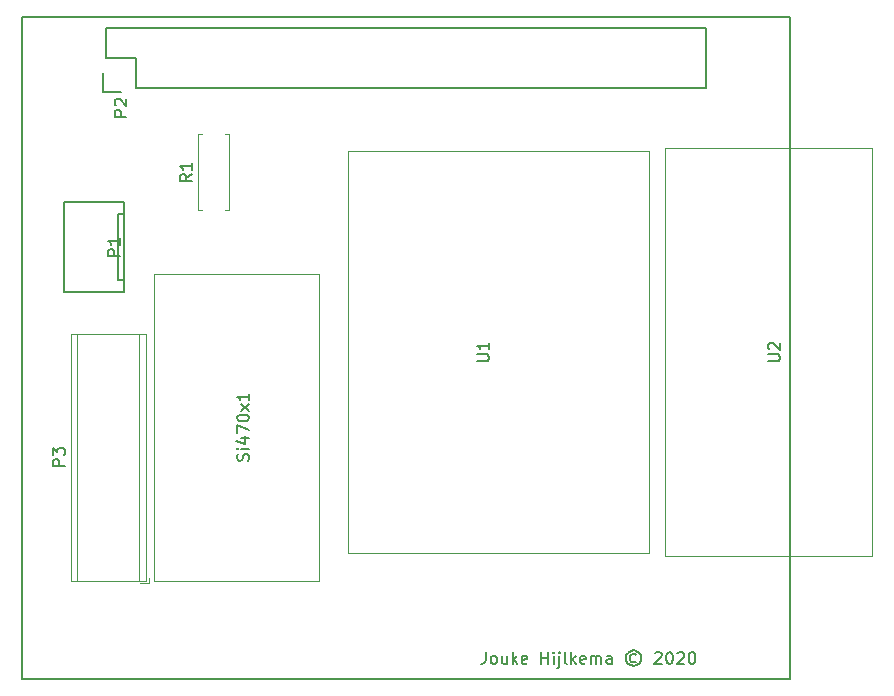
<source format=gbr>
%TF.GenerationSoftware,KiCad,Pcbnew,5.1.8-db9833491~88~ubuntu20.04.1*%
%TF.CreationDate,2020-12-14T14:43:52+01:00*%
%TF.ProjectId,carGpsHat,63617247-7073-4486-9174-2e6b69636164,rev?*%
%TF.SameCoordinates,Original*%
%TF.FileFunction,Legend,Top*%
%TF.FilePolarity,Positive*%
%FSLAX46Y46*%
G04 Gerber Fmt 4.6, Leading zero omitted, Abs format (unit mm)*
G04 Created by KiCad (PCBNEW 5.1.8-db9833491~88~ubuntu20.04.1) date 2020-12-14 14:43:52*
%MOMM*%
%LPD*%
G01*
G04 APERTURE LIST*
%ADD10C,0.120000*%
%ADD11C,0.150000*%
G04 APERTURE END LIST*
D10*
%TO.C,Si470x1*%
X121920000Y-88600000D02*
X135890000Y-88600000D01*
X121920000Y-114600000D02*
X121920000Y-88600000D01*
X135890000Y-114600000D02*
X121920000Y-114600000D01*
X135890000Y-88600000D02*
X135890000Y-114600000D01*
%TO.C,P3*%
X120710000Y-114590000D02*
X120710000Y-93689000D01*
X115410000Y-114590000D02*
X115410000Y-93689000D01*
X114950000Y-114590000D02*
X114950000Y-93689000D01*
X121270000Y-114590000D02*
X121270000Y-93689000D01*
X114950000Y-114590000D02*
X121270000Y-114590000D01*
X114950000Y-93689000D02*
X121270000Y-93689000D01*
X120770000Y-114830000D02*
X121510000Y-114830000D01*
X121510000Y-114830000D02*
X121510000Y-114330000D01*
%TO.C,U1*%
X163880000Y-112250000D02*
X138380000Y-112250000D01*
X163880000Y-78250000D02*
X138380000Y-78250000D01*
X138380000Y-78250000D02*
X138380000Y-112250000D01*
X163880000Y-112250000D02*
X163880000Y-78250000D01*
D11*
%TO.C,P2*%
X117620000Y-73200000D02*
X119170000Y-73200000D01*
X120440000Y-70380000D02*
X120440000Y-72920000D01*
X117900000Y-70380000D02*
X120440000Y-70380000D01*
X117620000Y-71650000D02*
X117620000Y-73200000D01*
X117900000Y-67840000D02*
X117900000Y-70380000D01*
X168700000Y-67840000D02*
X168700000Y-72920000D01*
X120440000Y-72920000D02*
X168700000Y-72920000D01*
X168700000Y-67840000D02*
X117900000Y-67840000D01*
X175800000Y-122880000D02*
X110800000Y-122880000D01*
X175800000Y-66880000D02*
X175800000Y-122880000D01*
X110800000Y-66880000D02*
X175800000Y-66880000D01*
X110800000Y-122880000D02*
X110800000Y-66880000D01*
%TO.C,P1*%
X119380000Y-90170000D02*
X114300000Y-90170000D01*
X119380000Y-82550000D02*
X119380000Y-90170000D01*
X114300000Y-82550000D02*
X119380000Y-82550000D01*
X114300000Y-90170000D02*
X114300000Y-82550000D01*
X118872000Y-83566000D02*
X119380000Y-83566000D01*
X118872000Y-89154000D02*
X118872000Y-83566000D01*
X119380000Y-89154000D02*
X118872000Y-89154000D01*
D10*
%TO.C,R1*%
X128310000Y-76800000D02*
X127980000Y-76800000D01*
X128310000Y-83220000D02*
X128310000Y-76800000D01*
X127980000Y-83220000D02*
X128310000Y-83220000D01*
X125690000Y-76800000D02*
X126020000Y-76800000D01*
X125690000Y-83220000D02*
X125690000Y-76800000D01*
X126020000Y-83220000D02*
X125690000Y-83220000D01*
%TO.C,U2*%
X165240000Y-112500000D02*
X165240000Y-78000000D01*
X165240000Y-78000000D02*
X182740000Y-78000000D01*
X182740000Y-78000000D02*
X182740000Y-112500000D01*
X182740000Y-112500000D02*
X165240000Y-112500000D01*
%TO.C,Si470x1*%
D11*
X129944761Y-104433333D02*
X129992380Y-104290476D01*
X129992380Y-104052380D01*
X129944761Y-103957142D01*
X129897142Y-103909523D01*
X129801904Y-103861904D01*
X129706666Y-103861904D01*
X129611428Y-103909523D01*
X129563809Y-103957142D01*
X129516190Y-104052380D01*
X129468571Y-104242857D01*
X129420952Y-104338095D01*
X129373333Y-104385714D01*
X129278095Y-104433333D01*
X129182857Y-104433333D01*
X129087619Y-104385714D01*
X129040000Y-104338095D01*
X128992380Y-104242857D01*
X128992380Y-104004761D01*
X129040000Y-103861904D01*
X129992380Y-103433333D02*
X129325714Y-103433333D01*
X128992380Y-103433333D02*
X129040000Y-103480952D01*
X129087619Y-103433333D01*
X129040000Y-103385714D01*
X128992380Y-103433333D01*
X129087619Y-103433333D01*
X129325714Y-102528571D02*
X129992380Y-102528571D01*
X128944761Y-102766666D02*
X129659047Y-103004761D01*
X129659047Y-102385714D01*
X128992380Y-102100000D02*
X128992380Y-101433333D01*
X129992380Y-101861904D01*
X128992380Y-100861904D02*
X128992380Y-100766666D01*
X129040000Y-100671428D01*
X129087619Y-100623809D01*
X129182857Y-100576190D01*
X129373333Y-100528571D01*
X129611428Y-100528571D01*
X129801904Y-100576190D01*
X129897142Y-100623809D01*
X129944761Y-100671428D01*
X129992380Y-100766666D01*
X129992380Y-100861904D01*
X129944761Y-100957142D01*
X129897142Y-101004761D01*
X129801904Y-101052380D01*
X129611428Y-101100000D01*
X129373333Y-101100000D01*
X129182857Y-101052380D01*
X129087619Y-101004761D01*
X129040000Y-100957142D01*
X128992380Y-100861904D01*
X129992380Y-100195238D02*
X129325714Y-99671428D01*
X129325714Y-100195238D02*
X129992380Y-99671428D01*
X129992380Y-98766666D02*
X129992380Y-99338095D01*
X129992380Y-99052380D02*
X128992380Y-99052380D01*
X129135238Y-99147619D01*
X129230476Y-99242857D01*
X129278095Y-99338095D01*
%TO.C,P3*%
X114402380Y-104878095D02*
X113402380Y-104878095D01*
X113402380Y-104497142D01*
X113450000Y-104401904D01*
X113497619Y-104354285D01*
X113592857Y-104306666D01*
X113735714Y-104306666D01*
X113830952Y-104354285D01*
X113878571Y-104401904D01*
X113926190Y-104497142D01*
X113926190Y-104878095D01*
X113402380Y-103973333D02*
X113402380Y-103354285D01*
X113783333Y-103687619D01*
X113783333Y-103544761D01*
X113830952Y-103449523D01*
X113878571Y-103401904D01*
X113973809Y-103354285D01*
X114211904Y-103354285D01*
X114307142Y-103401904D01*
X114354761Y-103449523D01*
X114402380Y-103544761D01*
X114402380Y-103830476D01*
X114354761Y-103925714D01*
X114307142Y-103973333D01*
%TO.C,U1*%
X149312380Y-96011904D02*
X150121904Y-96011904D01*
X150217142Y-95964285D01*
X150264761Y-95916666D01*
X150312380Y-95821428D01*
X150312380Y-95630952D01*
X150264761Y-95535714D01*
X150217142Y-95488095D01*
X150121904Y-95440476D01*
X149312380Y-95440476D01*
X150312380Y-94440476D02*
X150312380Y-95011904D01*
X150312380Y-94726190D02*
X149312380Y-94726190D01*
X149455238Y-94821428D01*
X149550476Y-94916666D01*
X149598095Y-95011904D01*
%TO.C,P2*%
X119622380Y-75309095D02*
X118622380Y-75309095D01*
X118622380Y-74928142D01*
X118670000Y-74832904D01*
X118717619Y-74785285D01*
X118812857Y-74737666D01*
X118955714Y-74737666D01*
X119050952Y-74785285D01*
X119098571Y-74832904D01*
X119146190Y-74928142D01*
X119146190Y-75309095D01*
X118717619Y-74356714D02*
X118670000Y-74309095D01*
X118622380Y-74213857D01*
X118622380Y-73975761D01*
X118670000Y-73880523D01*
X118717619Y-73832904D01*
X118812857Y-73785285D01*
X118908095Y-73785285D01*
X119050952Y-73832904D01*
X119622380Y-74404333D01*
X119622380Y-73785285D01*
X150035714Y-120632380D02*
X150035714Y-121346666D01*
X149988095Y-121489523D01*
X149892857Y-121584761D01*
X149750000Y-121632380D01*
X149654761Y-121632380D01*
X150654761Y-121632380D02*
X150559523Y-121584761D01*
X150511904Y-121537142D01*
X150464285Y-121441904D01*
X150464285Y-121156190D01*
X150511904Y-121060952D01*
X150559523Y-121013333D01*
X150654761Y-120965714D01*
X150797619Y-120965714D01*
X150892857Y-121013333D01*
X150940476Y-121060952D01*
X150988095Y-121156190D01*
X150988095Y-121441904D01*
X150940476Y-121537142D01*
X150892857Y-121584761D01*
X150797619Y-121632380D01*
X150654761Y-121632380D01*
X151845238Y-120965714D02*
X151845238Y-121632380D01*
X151416666Y-120965714D02*
X151416666Y-121489523D01*
X151464285Y-121584761D01*
X151559523Y-121632380D01*
X151702380Y-121632380D01*
X151797619Y-121584761D01*
X151845238Y-121537142D01*
X152321428Y-121632380D02*
X152321428Y-120632380D01*
X152416666Y-121251428D02*
X152702380Y-121632380D01*
X152702380Y-120965714D02*
X152321428Y-121346666D01*
X153511904Y-121584761D02*
X153416666Y-121632380D01*
X153226190Y-121632380D01*
X153130952Y-121584761D01*
X153083333Y-121489523D01*
X153083333Y-121108571D01*
X153130952Y-121013333D01*
X153226190Y-120965714D01*
X153416666Y-120965714D01*
X153511904Y-121013333D01*
X153559523Y-121108571D01*
X153559523Y-121203809D01*
X153083333Y-121299047D01*
X154750000Y-121632380D02*
X154750000Y-120632380D01*
X154750000Y-121108571D02*
X155321428Y-121108571D01*
X155321428Y-121632380D02*
X155321428Y-120632380D01*
X155797619Y-121632380D02*
X155797619Y-120965714D01*
X155797619Y-120632380D02*
X155750000Y-120680000D01*
X155797619Y-120727619D01*
X155845238Y-120680000D01*
X155797619Y-120632380D01*
X155797619Y-120727619D01*
X156273809Y-120965714D02*
X156273809Y-121822857D01*
X156226190Y-121918095D01*
X156130952Y-121965714D01*
X156083333Y-121965714D01*
X156273809Y-120632380D02*
X156226190Y-120680000D01*
X156273809Y-120727619D01*
X156321428Y-120680000D01*
X156273809Y-120632380D01*
X156273809Y-120727619D01*
X156892857Y-121632380D02*
X156797619Y-121584761D01*
X156750000Y-121489523D01*
X156750000Y-120632380D01*
X157273809Y-121632380D02*
X157273809Y-120632380D01*
X157369047Y-121251428D02*
X157654761Y-121632380D01*
X157654761Y-120965714D02*
X157273809Y-121346666D01*
X158464285Y-121584761D02*
X158369047Y-121632380D01*
X158178571Y-121632380D01*
X158083333Y-121584761D01*
X158035714Y-121489523D01*
X158035714Y-121108571D01*
X158083333Y-121013333D01*
X158178571Y-120965714D01*
X158369047Y-120965714D01*
X158464285Y-121013333D01*
X158511904Y-121108571D01*
X158511904Y-121203809D01*
X158035714Y-121299047D01*
X158940476Y-121632380D02*
X158940476Y-120965714D01*
X158940476Y-121060952D02*
X158988095Y-121013333D01*
X159083333Y-120965714D01*
X159226190Y-120965714D01*
X159321428Y-121013333D01*
X159369047Y-121108571D01*
X159369047Y-121632380D01*
X159369047Y-121108571D02*
X159416666Y-121013333D01*
X159511904Y-120965714D01*
X159654761Y-120965714D01*
X159750000Y-121013333D01*
X159797619Y-121108571D01*
X159797619Y-121632380D01*
X160702380Y-121632380D02*
X160702380Y-121108571D01*
X160654761Y-121013333D01*
X160559523Y-120965714D01*
X160369047Y-120965714D01*
X160273809Y-121013333D01*
X160702380Y-121584761D02*
X160607142Y-121632380D01*
X160369047Y-121632380D01*
X160273809Y-121584761D01*
X160226190Y-121489523D01*
X160226190Y-121394285D01*
X160273809Y-121299047D01*
X160369047Y-121251428D01*
X160607142Y-121251428D01*
X160702380Y-121203809D01*
X162750000Y-120870476D02*
X162654761Y-120822857D01*
X162464285Y-120822857D01*
X162369047Y-120870476D01*
X162273809Y-120965714D01*
X162226190Y-121060952D01*
X162226190Y-121251428D01*
X162273809Y-121346666D01*
X162369047Y-121441904D01*
X162464285Y-121489523D01*
X162654761Y-121489523D01*
X162750000Y-121441904D01*
X162559523Y-120489523D02*
X162321428Y-120537142D01*
X162083333Y-120680000D01*
X161940476Y-120918095D01*
X161892857Y-121156190D01*
X161940476Y-121394285D01*
X162083333Y-121632380D01*
X162321428Y-121775238D01*
X162559523Y-121822857D01*
X162797619Y-121775238D01*
X163035714Y-121632380D01*
X163178571Y-121394285D01*
X163226190Y-121156190D01*
X163178571Y-120918095D01*
X163035714Y-120680000D01*
X162797619Y-120537142D01*
X162559523Y-120489523D01*
X164369047Y-120727619D02*
X164416666Y-120680000D01*
X164511904Y-120632380D01*
X164750000Y-120632380D01*
X164845238Y-120680000D01*
X164892857Y-120727619D01*
X164940476Y-120822857D01*
X164940476Y-120918095D01*
X164892857Y-121060952D01*
X164321428Y-121632380D01*
X164940476Y-121632380D01*
X165559523Y-120632380D02*
X165654761Y-120632380D01*
X165750000Y-120680000D01*
X165797619Y-120727619D01*
X165845238Y-120822857D01*
X165892857Y-121013333D01*
X165892857Y-121251428D01*
X165845238Y-121441904D01*
X165797619Y-121537142D01*
X165750000Y-121584761D01*
X165654761Y-121632380D01*
X165559523Y-121632380D01*
X165464285Y-121584761D01*
X165416666Y-121537142D01*
X165369047Y-121441904D01*
X165321428Y-121251428D01*
X165321428Y-121013333D01*
X165369047Y-120822857D01*
X165416666Y-120727619D01*
X165464285Y-120680000D01*
X165559523Y-120632380D01*
X166273809Y-120727619D02*
X166321428Y-120680000D01*
X166416666Y-120632380D01*
X166654761Y-120632380D01*
X166750000Y-120680000D01*
X166797619Y-120727619D01*
X166845238Y-120822857D01*
X166845238Y-120918095D01*
X166797619Y-121060952D01*
X166226190Y-121632380D01*
X166845238Y-121632380D01*
X167464285Y-120632380D02*
X167559523Y-120632380D01*
X167654761Y-120680000D01*
X167702380Y-120727619D01*
X167750000Y-120822857D01*
X167797619Y-121013333D01*
X167797619Y-121251428D01*
X167750000Y-121441904D01*
X167702380Y-121537142D01*
X167654761Y-121584761D01*
X167559523Y-121632380D01*
X167464285Y-121632380D01*
X167369047Y-121584761D01*
X167321428Y-121537142D01*
X167273809Y-121441904D01*
X167226190Y-121251428D01*
X167226190Y-121013333D01*
X167273809Y-120822857D01*
X167321428Y-120727619D01*
X167369047Y-120680000D01*
X167464285Y-120632380D01*
%TO.C,P1*%
X119062380Y-87098095D02*
X118062380Y-87098095D01*
X118062380Y-86717142D01*
X118110000Y-86621904D01*
X118157619Y-86574285D01*
X118252857Y-86526666D01*
X118395714Y-86526666D01*
X118490952Y-86574285D01*
X118538571Y-86621904D01*
X118586190Y-86717142D01*
X118586190Y-87098095D01*
X119062380Y-85574285D02*
X119062380Y-86145714D01*
X119062380Y-85860000D02*
X118062380Y-85860000D01*
X118205238Y-85955238D01*
X118300476Y-86050476D01*
X118348095Y-86145714D01*
%TO.C,R1*%
X125142380Y-80176666D02*
X124666190Y-80510000D01*
X125142380Y-80748095D02*
X124142380Y-80748095D01*
X124142380Y-80367142D01*
X124190000Y-80271904D01*
X124237619Y-80224285D01*
X124332857Y-80176666D01*
X124475714Y-80176666D01*
X124570952Y-80224285D01*
X124618571Y-80271904D01*
X124666190Y-80367142D01*
X124666190Y-80748095D01*
X125142380Y-79224285D02*
X125142380Y-79795714D01*
X125142380Y-79510000D02*
X124142380Y-79510000D01*
X124285238Y-79605238D01*
X124380476Y-79700476D01*
X124428095Y-79795714D01*
%TO.C,U2*%
X173942380Y-96011904D02*
X174751904Y-96011904D01*
X174847142Y-95964285D01*
X174894761Y-95916666D01*
X174942380Y-95821428D01*
X174942380Y-95630952D01*
X174894761Y-95535714D01*
X174847142Y-95488095D01*
X174751904Y-95440476D01*
X173942380Y-95440476D01*
X174037619Y-95011904D02*
X173990000Y-94964285D01*
X173942380Y-94869047D01*
X173942380Y-94630952D01*
X173990000Y-94535714D01*
X174037619Y-94488095D01*
X174132857Y-94440476D01*
X174228095Y-94440476D01*
X174370952Y-94488095D01*
X174942380Y-95059523D01*
X174942380Y-94440476D01*
%TD*%
M02*

</source>
